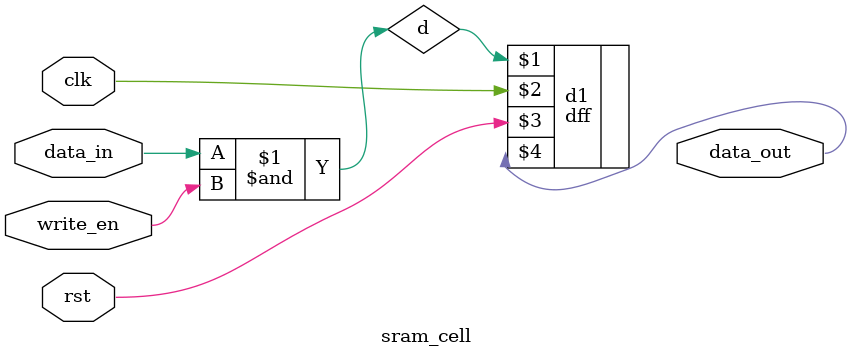
<source format=v>
module sram_cell(input data_in, write_en, clk, rst, output data_out);
  wire d;
  and (d, data_in, write_en);
  dff d1(d, clk, rst, data_out);
endmodule

</source>
